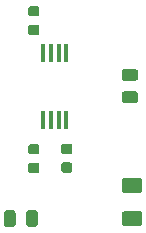
<source format=gbr>
G04 #@! TF.GenerationSoftware,KiCad,Pcbnew,(5.1.4)-1*
G04 #@! TF.CreationDate,2019-09-18T19:17:11-04:00*
G04 #@! TF.ProjectId,clock_buffer,636c6f63-6b5f-4627-9566-6665722e6b69,rev?*
G04 #@! TF.SameCoordinates,Original*
G04 #@! TF.FileFunction,Paste,Top*
G04 #@! TF.FilePolarity,Positive*
%FSLAX46Y46*%
G04 Gerber Fmt 4.6, Leading zero omitted, Abs format (unit mm)*
G04 Created by KiCad (PCBNEW (5.1.4)-1) date 2019-09-18 19:17:11*
%MOMM*%
%LPD*%
G04 APERTURE LIST*
%ADD10C,0.100000*%
%ADD11C,0.875000*%
%ADD12C,0.975000*%
%ADD13R,0.410000X1.570000*%
%ADD14C,1.250000*%
G04 APERTURE END LIST*
D10*
G36*
X148613691Y-109063053D02*
G01*
X148634926Y-109066203D01*
X148655750Y-109071419D01*
X148675962Y-109078651D01*
X148695368Y-109087830D01*
X148713781Y-109098866D01*
X148731024Y-109111654D01*
X148746930Y-109126070D01*
X148761346Y-109141976D01*
X148774134Y-109159219D01*
X148785170Y-109177632D01*
X148794349Y-109197038D01*
X148801581Y-109217250D01*
X148806797Y-109238074D01*
X148809947Y-109259309D01*
X148811000Y-109280750D01*
X148811000Y-109718250D01*
X148809947Y-109739691D01*
X148806797Y-109760926D01*
X148801581Y-109781750D01*
X148794349Y-109801962D01*
X148785170Y-109821368D01*
X148774134Y-109839781D01*
X148761346Y-109857024D01*
X148746930Y-109872930D01*
X148731024Y-109887346D01*
X148713781Y-109900134D01*
X148695368Y-109911170D01*
X148675962Y-109920349D01*
X148655750Y-109927581D01*
X148634926Y-109932797D01*
X148613691Y-109935947D01*
X148592250Y-109937000D01*
X148079750Y-109937000D01*
X148058309Y-109935947D01*
X148037074Y-109932797D01*
X148016250Y-109927581D01*
X147996038Y-109920349D01*
X147976632Y-109911170D01*
X147958219Y-109900134D01*
X147940976Y-109887346D01*
X147925070Y-109872930D01*
X147910654Y-109857024D01*
X147897866Y-109839781D01*
X147886830Y-109821368D01*
X147877651Y-109801962D01*
X147870419Y-109781750D01*
X147865203Y-109760926D01*
X147862053Y-109739691D01*
X147861000Y-109718250D01*
X147861000Y-109280750D01*
X147862053Y-109259309D01*
X147865203Y-109238074D01*
X147870419Y-109217250D01*
X147877651Y-109197038D01*
X147886830Y-109177632D01*
X147897866Y-109159219D01*
X147910654Y-109141976D01*
X147925070Y-109126070D01*
X147940976Y-109111654D01*
X147958219Y-109098866D01*
X147976632Y-109087830D01*
X147996038Y-109078651D01*
X148016250Y-109071419D01*
X148037074Y-109066203D01*
X148058309Y-109063053D01*
X148079750Y-109062000D01*
X148592250Y-109062000D01*
X148613691Y-109063053D01*
X148613691Y-109063053D01*
G37*
D11*
X148336000Y-109499500D03*
D10*
G36*
X148613691Y-107488053D02*
G01*
X148634926Y-107491203D01*
X148655750Y-107496419D01*
X148675962Y-107503651D01*
X148695368Y-107512830D01*
X148713781Y-107523866D01*
X148731024Y-107536654D01*
X148746930Y-107551070D01*
X148761346Y-107566976D01*
X148774134Y-107584219D01*
X148785170Y-107602632D01*
X148794349Y-107622038D01*
X148801581Y-107642250D01*
X148806797Y-107663074D01*
X148809947Y-107684309D01*
X148811000Y-107705750D01*
X148811000Y-108143250D01*
X148809947Y-108164691D01*
X148806797Y-108185926D01*
X148801581Y-108206750D01*
X148794349Y-108226962D01*
X148785170Y-108246368D01*
X148774134Y-108264781D01*
X148761346Y-108282024D01*
X148746930Y-108297930D01*
X148731024Y-108312346D01*
X148713781Y-108325134D01*
X148695368Y-108336170D01*
X148675962Y-108345349D01*
X148655750Y-108352581D01*
X148634926Y-108357797D01*
X148613691Y-108360947D01*
X148592250Y-108362000D01*
X148079750Y-108362000D01*
X148058309Y-108360947D01*
X148037074Y-108357797D01*
X148016250Y-108352581D01*
X147996038Y-108345349D01*
X147976632Y-108336170D01*
X147958219Y-108325134D01*
X147940976Y-108312346D01*
X147925070Y-108297930D01*
X147910654Y-108282024D01*
X147897866Y-108264781D01*
X147886830Y-108246368D01*
X147877651Y-108226962D01*
X147870419Y-108206750D01*
X147865203Y-108185926D01*
X147862053Y-108164691D01*
X147861000Y-108143250D01*
X147861000Y-107705750D01*
X147862053Y-107684309D01*
X147865203Y-107663074D01*
X147870419Y-107642250D01*
X147877651Y-107622038D01*
X147886830Y-107602632D01*
X147897866Y-107584219D01*
X147910654Y-107566976D01*
X147925070Y-107551070D01*
X147940976Y-107536654D01*
X147958219Y-107523866D01*
X147976632Y-107512830D01*
X147996038Y-107503651D01*
X148016250Y-107496419D01*
X148037074Y-107491203D01*
X148058309Y-107488053D01*
X148079750Y-107487000D01*
X148592250Y-107487000D01*
X148613691Y-107488053D01*
X148613691Y-107488053D01*
G37*
D11*
X148336000Y-107924500D03*
D10*
G36*
X151407691Y-107462553D02*
G01*
X151428926Y-107465703D01*
X151449750Y-107470919D01*
X151469962Y-107478151D01*
X151489368Y-107487330D01*
X151507781Y-107498366D01*
X151525024Y-107511154D01*
X151540930Y-107525570D01*
X151555346Y-107541476D01*
X151568134Y-107558719D01*
X151579170Y-107577132D01*
X151588349Y-107596538D01*
X151595581Y-107616750D01*
X151600797Y-107637574D01*
X151603947Y-107658809D01*
X151605000Y-107680250D01*
X151605000Y-108117750D01*
X151603947Y-108139191D01*
X151600797Y-108160426D01*
X151595581Y-108181250D01*
X151588349Y-108201462D01*
X151579170Y-108220868D01*
X151568134Y-108239281D01*
X151555346Y-108256524D01*
X151540930Y-108272430D01*
X151525024Y-108286846D01*
X151507781Y-108299634D01*
X151489368Y-108310670D01*
X151469962Y-108319849D01*
X151449750Y-108327081D01*
X151428926Y-108332297D01*
X151407691Y-108335447D01*
X151386250Y-108336500D01*
X150873750Y-108336500D01*
X150852309Y-108335447D01*
X150831074Y-108332297D01*
X150810250Y-108327081D01*
X150790038Y-108319849D01*
X150770632Y-108310670D01*
X150752219Y-108299634D01*
X150734976Y-108286846D01*
X150719070Y-108272430D01*
X150704654Y-108256524D01*
X150691866Y-108239281D01*
X150680830Y-108220868D01*
X150671651Y-108201462D01*
X150664419Y-108181250D01*
X150659203Y-108160426D01*
X150656053Y-108139191D01*
X150655000Y-108117750D01*
X150655000Y-107680250D01*
X150656053Y-107658809D01*
X150659203Y-107637574D01*
X150664419Y-107616750D01*
X150671651Y-107596538D01*
X150680830Y-107577132D01*
X150691866Y-107558719D01*
X150704654Y-107541476D01*
X150719070Y-107525570D01*
X150734976Y-107511154D01*
X150752219Y-107498366D01*
X150770632Y-107487330D01*
X150790038Y-107478151D01*
X150810250Y-107470919D01*
X150831074Y-107465703D01*
X150852309Y-107462553D01*
X150873750Y-107461500D01*
X151386250Y-107461500D01*
X151407691Y-107462553D01*
X151407691Y-107462553D01*
G37*
D11*
X151130000Y-107899000D03*
D10*
G36*
X151407691Y-109037553D02*
G01*
X151428926Y-109040703D01*
X151449750Y-109045919D01*
X151469962Y-109053151D01*
X151489368Y-109062330D01*
X151507781Y-109073366D01*
X151525024Y-109086154D01*
X151540930Y-109100570D01*
X151555346Y-109116476D01*
X151568134Y-109133719D01*
X151579170Y-109152132D01*
X151588349Y-109171538D01*
X151595581Y-109191750D01*
X151600797Y-109212574D01*
X151603947Y-109233809D01*
X151605000Y-109255250D01*
X151605000Y-109692750D01*
X151603947Y-109714191D01*
X151600797Y-109735426D01*
X151595581Y-109756250D01*
X151588349Y-109776462D01*
X151579170Y-109795868D01*
X151568134Y-109814281D01*
X151555346Y-109831524D01*
X151540930Y-109847430D01*
X151525024Y-109861846D01*
X151507781Y-109874634D01*
X151489368Y-109885670D01*
X151469962Y-109894849D01*
X151449750Y-109902081D01*
X151428926Y-109907297D01*
X151407691Y-109910447D01*
X151386250Y-109911500D01*
X150873750Y-109911500D01*
X150852309Y-109910447D01*
X150831074Y-109907297D01*
X150810250Y-109902081D01*
X150790038Y-109894849D01*
X150770632Y-109885670D01*
X150752219Y-109874634D01*
X150734976Y-109861846D01*
X150719070Y-109847430D01*
X150704654Y-109831524D01*
X150691866Y-109814281D01*
X150680830Y-109795868D01*
X150671651Y-109776462D01*
X150664419Y-109756250D01*
X150659203Y-109735426D01*
X150656053Y-109714191D01*
X150655000Y-109692750D01*
X150655000Y-109255250D01*
X150656053Y-109233809D01*
X150659203Y-109212574D01*
X150664419Y-109191750D01*
X150671651Y-109171538D01*
X150680830Y-109152132D01*
X150691866Y-109133719D01*
X150704654Y-109116476D01*
X150719070Y-109100570D01*
X150734976Y-109086154D01*
X150752219Y-109073366D01*
X150770632Y-109062330D01*
X150790038Y-109053151D01*
X150810250Y-109045919D01*
X150831074Y-109040703D01*
X150852309Y-109037553D01*
X150873750Y-109036500D01*
X151386250Y-109036500D01*
X151407691Y-109037553D01*
X151407691Y-109037553D01*
G37*
D11*
X151130000Y-109474000D03*
D10*
G36*
X148613691Y-97379053D02*
G01*
X148634926Y-97382203D01*
X148655750Y-97387419D01*
X148675962Y-97394651D01*
X148695368Y-97403830D01*
X148713781Y-97414866D01*
X148731024Y-97427654D01*
X148746930Y-97442070D01*
X148761346Y-97457976D01*
X148774134Y-97475219D01*
X148785170Y-97493632D01*
X148794349Y-97513038D01*
X148801581Y-97533250D01*
X148806797Y-97554074D01*
X148809947Y-97575309D01*
X148811000Y-97596750D01*
X148811000Y-98034250D01*
X148809947Y-98055691D01*
X148806797Y-98076926D01*
X148801581Y-98097750D01*
X148794349Y-98117962D01*
X148785170Y-98137368D01*
X148774134Y-98155781D01*
X148761346Y-98173024D01*
X148746930Y-98188930D01*
X148731024Y-98203346D01*
X148713781Y-98216134D01*
X148695368Y-98227170D01*
X148675962Y-98236349D01*
X148655750Y-98243581D01*
X148634926Y-98248797D01*
X148613691Y-98251947D01*
X148592250Y-98253000D01*
X148079750Y-98253000D01*
X148058309Y-98251947D01*
X148037074Y-98248797D01*
X148016250Y-98243581D01*
X147996038Y-98236349D01*
X147976632Y-98227170D01*
X147958219Y-98216134D01*
X147940976Y-98203346D01*
X147925070Y-98188930D01*
X147910654Y-98173024D01*
X147897866Y-98155781D01*
X147886830Y-98137368D01*
X147877651Y-98117962D01*
X147870419Y-98097750D01*
X147865203Y-98076926D01*
X147862053Y-98055691D01*
X147861000Y-98034250D01*
X147861000Y-97596750D01*
X147862053Y-97575309D01*
X147865203Y-97554074D01*
X147870419Y-97533250D01*
X147877651Y-97513038D01*
X147886830Y-97493632D01*
X147897866Y-97475219D01*
X147910654Y-97457976D01*
X147925070Y-97442070D01*
X147940976Y-97427654D01*
X147958219Y-97414866D01*
X147976632Y-97403830D01*
X147996038Y-97394651D01*
X148016250Y-97387419D01*
X148037074Y-97382203D01*
X148058309Y-97379053D01*
X148079750Y-97378000D01*
X148592250Y-97378000D01*
X148613691Y-97379053D01*
X148613691Y-97379053D01*
G37*
D11*
X148336000Y-97815500D03*
D10*
G36*
X148613691Y-95804053D02*
G01*
X148634926Y-95807203D01*
X148655750Y-95812419D01*
X148675962Y-95819651D01*
X148695368Y-95828830D01*
X148713781Y-95839866D01*
X148731024Y-95852654D01*
X148746930Y-95867070D01*
X148761346Y-95882976D01*
X148774134Y-95900219D01*
X148785170Y-95918632D01*
X148794349Y-95938038D01*
X148801581Y-95958250D01*
X148806797Y-95979074D01*
X148809947Y-96000309D01*
X148811000Y-96021750D01*
X148811000Y-96459250D01*
X148809947Y-96480691D01*
X148806797Y-96501926D01*
X148801581Y-96522750D01*
X148794349Y-96542962D01*
X148785170Y-96562368D01*
X148774134Y-96580781D01*
X148761346Y-96598024D01*
X148746930Y-96613930D01*
X148731024Y-96628346D01*
X148713781Y-96641134D01*
X148695368Y-96652170D01*
X148675962Y-96661349D01*
X148655750Y-96668581D01*
X148634926Y-96673797D01*
X148613691Y-96676947D01*
X148592250Y-96678000D01*
X148079750Y-96678000D01*
X148058309Y-96676947D01*
X148037074Y-96673797D01*
X148016250Y-96668581D01*
X147996038Y-96661349D01*
X147976632Y-96652170D01*
X147958219Y-96641134D01*
X147940976Y-96628346D01*
X147925070Y-96613930D01*
X147910654Y-96598024D01*
X147897866Y-96580781D01*
X147886830Y-96562368D01*
X147877651Y-96542962D01*
X147870419Y-96522750D01*
X147865203Y-96501926D01*
X147862053Y-96480691D01*
X147861000Y-96459250D01*
X147861000Y-96021750D01*
X147862053Y-96000309D01*
X147865203Y-95979074D01*
X147870419Y-95958250D01*
X147877651Y-95938038D01*
X147886830Y-95918632D01*
X147897866Y-95900219D01*
X147910654Y-95882976D01*
X147925070Y-95867070D01*
X147940976Y-95852654D01*
X147958219Y-95839866D01*
X147976632Y-95828830D01*
X147996038Y-95819651D01*
X148016250Y-95812419D01*
X148037074Y-95807203D01*
X148058309Y-95804053D01*
X148079750Y-95803000D01*
X148592250Y-95803000D01*
X148613691Y-95804053D01*
X148613691Y-95804053D01*
G37*
D11*
X148336000Y-96240500D03*
D10*
G36*
X146571642Y-113093174D02*
G01*
X146595303Y-113096684D01*
X146618507Y-113102496D01*
X146641029Y-113110554D01*
X146662653Y-113120782D01*
X146683170Y-113133079D01*
X146702383Y-113147329D01*
X146720107Y-113163393D01*
X146736171Y-113181117D01*
X146750421Y-113200330D01*
X146762718Y-113220847D01*
X146772946Y-113242471D01*
X146781004Y-113264993D01*
X146786816Y-113288197D01*
X146790326Y-113311858D01*
X146791500Y-113335750D01*
X146791500Y-114248250D01*
X146790326Y-114272142D01*
X146786816Y-114295803D01*
X146781004Y-114319007D01*
X146772946Y-114341529D01*
X146762718Y-114363153D01*
X146750421Y-114383670D01*
X146736171Y-114402883D01*
X146720107Y-114420607D01*
X146702383Y-114436671D01*
X146683170Y-114450921D01*
X146662653Y-114463218D01*
X146641029Y-114473446D01*
X146618507Y-114481504D01*
X146595303Y-114487316D01*
X146571642Y-114490826D01*
X146547750Y-114492000D01*
X146060250Y-114492000D01*
X146036358Y-114490826D01*
X146012697Y-114487316D01*
X145989493Y-114481504D01*
X145966971Y-114473446D01*
X145945347Y-114463218D01*
X145924830Y-114450921D01*
X145905617Y-114436671D01*
X145887893Y-114420607D01*
X145871829Y-114402883D01*
X145857579Y-114383670D01*
X145845282Y-114363153D01*
X145835054Y-114341529D01*
X145826996Y-114319007D01*
X145821184Y-114295803D01*
X145817674Y-114272142D01*
X145816500Y-114248250D01*
X145816500Y-113335750D01*
X145817674Y-113311858D01*
X145821184Y-113288197D01*
X145826996Y-113264993D01*
X145835054Y-113242471D01*
X145845282Y-113220847D01*
X145857579Y-113200330D01*
X145871829Y-113181117D01*
X145887893Y-113163393D01*
X145905617Y-113147329D01*
X145924830Y-113133079D01*
X145945347Y-113120782D01*
X145966971Y-113110554D01*
X145989493Y-113102496D01*
X146012697Y-113096684D01*
X146036358Y-113093174D01*
X146060250Y-113092000D01*
X146547750Y-113092000D01*
X146571642Y-113093174D01*
X146571642Y-113093174D01*
G37*
D12*
X146304000Y-113792000D03*
D10*
G36*
X148446642Y-113093174D02*
G01*
X148470303Y-113096684D01*
X148493507Y-113102496D01*
X148516029Y-113110554D01*
X148537653Y-113120782D01*
X148558170Y-113133079D01*
X148577383Y-113147329D01*
X148595107Y-113163393D01*
X148611171Y-113181117D01*
X148625421Y-113200330D01*
X148637718Y-113220847D01*
X148647946Y-113242471D01*
X148656004Y-113264993D01*
X148661816Y-113288197D01*
X148665326Y-113311858D01*
X148666500Y-113335750D01*
X148666500Y-114248250D01*
X148665326Y-114272142D01*
X148661816Y-114295803D01*
X148656004Y-114319007D01*
X148647946Y-114341529D01*
X148637718Y-114363153D01*
X148625421Y-114383670D01*
X148611171Y-114402883D01*
X148595107Y-114420607D01*
X148577383Y-114436671D01*
X148558170Y-114450921D01*
X148537653Y-114463218D01*
X148516029Y-114473446D01*
X148493507Y-114481504D01*
X148470303Y-114487316D01*
X148446642Y-114490826D01*
X148422750Y-114492000D01*
X147935250Y-114492000D01*
X147911358Y-114490826D01*
X147887697Y-114487316D01*
X147864493Y-114481504D01*
X147841971Y-114473446D01*
X147820347Y-114463218D01*
X147799830Y-114450921D01*
X147780617Y-114436671D01*
X147762893Y-114420607D01*
X147746829Y-114402883D01*
X147732579Y-114383670D01*
X147720282Y-114363153D01*
X147710054Y-114341529D01*
X147701996Y-114319007D01*
X147696184Y-114295803D01*
X147692674Y-114272142D01*
X147691500Y-114248250D01*
X147691500Y-113335750D01*
X147692674Y-113311858D01*
X147696184Y-113288197D01*
X147701996Y-113264993D01*
X147710054Y-113242471D01*
X147720282Y-113220847D01*
X147732579Y-113200330D01*
X147746829Y-113181117D01*
X147762893Y-113163393D01*
X147780617Y-113147329D01*
X147799830Y-113133079D01*
X147820347Y-113120782D01*
X147841971Y-113110554D01*
X147864493Y-113102496D01*
X147887697Y-113096684D01*
X147911358Y-113093174D01*
X147935250Y-113092000D01*
X148422750Y-113092000D01*
X148446642Y-113093174D01*
X148446642Y-113093174D01*
G37*
D12*
X148179000Y-113792000D03*
D10*
G36*
X156944142Y-101143674D02*
G01*
X156967803Y-101147184D01*
X156991007Y-101152996D01*
X157013529Y-101161054D01*
X157035153Y-101171282D01*
X157055670Y-101183579D01*
X157074883Y-101197829D01*
X157092607Y-101213893D01*
X157108671Y-101231617D01*
X157122921Y-101250830D01*
X157135218Y-101271347D01*
X157145446Y-101292971D01*
X157153504Y-101315493D01*
X157159316Y-101338697D01*
X157162826Y-101362358D01*
X157164000Y-101386250D01*
X157164000Y-101873750D01*
X157162826Y-101897642D01*
X157159316Y-101921303D01*
X157153504Y-101944507D01*
X157145446Y-101967029D01*
X157135218Y-101988653D01*
X157122921Y-102009170D01*
X157108671Y-102028383D01*
X157092607Y-102046107D01*
X157074883Y-102062171D01*
X157055670Y-102076421D01*
X157035153Y-102088718D01*
X157013529Y-102098946D01*
X156991007Y-102107004D01*
X156967803Y-102112816D01*
X156944142Y-102116326D01*
X156920250Y-102117500D01*
X156007750Y-102117500D01*
X155983858Y-102116326D01*
X155960197Y-102112816D01*
X155936993Y-102107004D01*
X155914471Y-102098946D01*
X155892847Y-102088718D01*
X155872330Y-102076421D01*
X155853117Y-102062171D01*
X155835393Y-102046107D01*
X155819329Y-102028383D01*
X155805079Y-102009170D01*
X155792782Y-101988653D01*
X155782554Y-101967029D01*
X155774496Y-101944507D01*
X155768684Y-101921303D01*
X155765174Y-101897642D01*
X155764000Y-101873750D01*
X155764000Y-101386250D01*
X155765174Y-101362358D01*
X155768684Y-101338697D01*
X155774496Y-101315493D01*
X155782554Y-101292971D01*
X155792782Y-101271347D01*
X155805079Y-101250830D01*
X155819329Y-101231617D01*
X155835393Y-101213893D01*
X155853117Y-101197829D01*
X155872330Y-101183579D01*
X155892847Y-101171282D01*
X155914471Y-101161054D01*
X155936993Y-101152996D01*
X155960197Y-101147184D01*
X155983858Y-101143674D01*
X156007750Y-101142500D01*
X156920250Y-101142500D01*
X156944142Y-101143674D01*
X156944142Y-101143674D01*
G37*
D12*
X156464000Y-101630000D03*
D10*
G36*
X156944142Y-103018674D02*
G01*
X156967803Y-103022184D01*
X156991007Y-103027996D01*
X157013529Y-103036054D01*
X157035153Y-103046282D01*
X157055670Y-103058579D01*
X157074883Y-103072829D01*
X157092607Y-103088893D01*
X157108671Y-103106617D01*
X157122921Y-103125830D01*
X157135218Y-103146347D01*
X157145446Y-103167971D01*
X157153504Y-103190493D01*
X157159316Y-103213697D01*
X157162826Y-103237358D01*
X157164000Y-103261250D01*
X157164000Y-103748750D01*
X157162826Y-103772642D01*
X157159316Y-103796303D01*
X157153504Y-103819507D01*
X157145446Y-103842029D01*
X157135218Y-103863653D01*
X157122921Y-103884170D01*
X157108671Y-103903383D01*
X157092607Y-103921107D01*
X157074883Y-103937171D01*
X157055670Y-103951421D01*
X157035153Y-103963718D01*
X157013529Y-103973946D01*
X156991007Y-103982004D01*
X156967803Y-103987816D01*
X156944142Y-103991326D01*
X156920250Y-103992500D01*
X156007750Y-103992500D01*
X155983858Y-103991326D01*
X155960197Y-103987816D01*
X155936993Y-103982004D01*
X155914471Y-103973946D01*
X155892847Y-103963718D01*
X155872330Y-103951421D01*
X155853117Y-103937171D01*
X155835393Y-103921107D01*
X155819329Y-103903383D01*
X155805079Y-103884170D01*
X155792782Y-103863653D01*
X155782554Y-103842029D01*
X155774496Y-103819507D01*
X155768684Y-103796303D01*
X155765174Y-103772642D01*
X155764000Y-103748750D01*
X155764000Y-103261250D01*
X155765174Y-103237358D01*
X155768684Y-103213697D01*
X155774496Y-103190493D01*
X155782554Y-103167971D01*
X155792782Y-103146347D01*
X155805079Y-103125830D01*
X155819329Y-103106617D01*
X155835393Y-103088893D01*
X155853117Y-103072829D01*
X155872330Y-103058579D01*
X155892847Y-103046282D01*
X155914471Y-103036054D01*
X155936993Y-103027996D01*
X155960197Y-103022184D01*
X155983858Y-103018674D01*
X156007750Y-103017500D01*
X156920250Y-103017500D01*
X156944142Y-103018674D01*
X156944142Y-103018674D01*
G37*
D12*
X156464000Y-103505000D03*
D13*
X151089000Y-105486000D03*
X150439000Y-105486000D03*
X149789000Y-105486000D03*
X149139000Y-105486000D03*
X149139000Y-99746000D03*
X149789000Y-99746000D03*
X150439000Y-99746000D03*
X151089000Y-99746000D03*
D10*
G36*
X157304004Y-113168204D02*
G01*
X157328273Y-113171804D01*
X157352071Y-113177765D01*
X157375171Y-113186030D01*
X157397349Y-113196520D01*
X157418393Y-113209133D01*
X157438098Y-113223747D01*
X157456277Y-113240223D01*
X157472753Y-113258402D01*
X157487367Y-113278107D01*
X157499980Y-113299151D01*
X157510470Y-113321329D01*
X157518735Y-113344429D01*
X157524696Y-113368227D01*
X157528296Y-113392496D01*
X157529500Y-113417000D01*
X157529500Y-114167000D01*
X157528296Y-114191504D01*
X157524696Y-114215773D01*
X157518735Y-114239571D01*
X157510470Y-114262671D01*
X157499980Y-114284849D01*
X157487367Y-114305893D01*
X157472753Y-114325598D01*
X157456277Y-114343777D01*
X157438098Y-114360253D01*
X157418393Y-114374867D01*
X157397349Y-114387480D01*
X157375171Y-114397970D01*
X157352071Y-114406235D01*
X157328273Y-114412196D01*
X157304004Y-114415796D01*
X157279500Y-114417000D01*
X156029500Y-114417000D01*
X156004996Y-114415796D01*
X155980727Y-114412196D01*
X155956929Y-114406235D01*
X155933829Y-114397970D01*
X155911651Y-114387480D01*
X155890607Y-114374867D01*
X155870902Y-114360253D01*
X155852723Y-114343777D01*
X155836247Y-114325598D01*
X155821633Y-114305893D01*
X155809020Y-114284849D01*
X155798530Y-114262671D01*
X155790265Y-114239571D01*
X155784304Y-114215773D01*
X155780704Y-114191504D01*
X155779500Y-114167000D01*
X155779500Y-113417000D01*
X155780704Y-113392496D01*
X155784304Y-113368227D01*
X155790265Y-113344429D01*
X155798530Y-113321329D01*
X155809020Y-113299151D01*
X155821633Y-113278107D01*
X155836247Y-113258402D01*
X155852723Y-113240223D01*
X155870902Y-113223747D01*
X155890607Y-113209133D01*
X155911651Y-113196520D01*
X155933829Y-113186030D01*
X155956929Y-113177765D01*
X155980727Y-113171804D01*
X156004996Y-113168204D01*
X156029500Y-113167000D01*
X157279500Y-113167000D01*
X157304004Y-113168204D01*
X157304004Y-113168204D01*
G37*
D14*
X156654500Y-113792000D03*
D10*
G36*
X157304004Y-110368204D02*
G01*
X157328273Y-110371804D01*
X157352071Y-110377765D01*
X157375171Y-110386030D01*
X157397349Y-110396520D01*
X157418393Y-110409133D01*
X157438098Y-110423747D01*
X157456277Y-110440223D01*
X157472753Y-110458402D01*
X157487367Y-110478107D01*
X157499980Y-110499151D01*
X157510470Y-110521329D01*
X157518735Y-110544429D01*
X157524696Y-110568227D01*
X157528296Y-110592496D01*
X157529500Y-110617000D01*
X157529500Y-111367000D01*
X157528296Y-111391504D01*
X157524696Y-111415773D01*
X157518735Y-111439571D01*
X157510470Y-111462671D01*
X157499980Y-111484849D01*
X157487367Y-111505893D01*
X157472753Y-111525598D01*
X157456277Y-111543777D01*
X157438098Y-111560253D01*
X157418393Y-111574867D01*
X157397349Y-111587480D01*
X157375171Y-111597970D01*
X157352071Y-111606235D01*
X157328273Y-111612196D01*
X157304004Y-111615796D01*
X157279500Y-111617000D01*
X156029500Y-111617000D01*
X156004996Y-111615796D01*
X155980727Y-111612196D01*
X155956929Y-111606235D01*
X155933829Y-111597970D01*
X155911651Y-111587480D01*
X155890607Y-111574867D01*
X155870902Y-111560253D01*
X155852723Y-111543777D01*
X155836247Y-111525598D01*
X155821633Y-111505893D01*
X155809020Y-111484849D01*
X155798530Y-111462671D01*
X155790265Y-111439571D01*
X155784304Y-111415773D01*
X155780704Y-111391504D01*
X155779500Y-111367000D01*
X155779500Y-110617000D01*
X155780704Y-110592496D01*
X155784304Y-110568227D01*
X155790265Y-110544429D01*
X155798530Y-110521329D01*
X155809020Y-110499151D01*
X155821633Y-110478107D01*
X155836247Y-110458402D01*
X155852723Y-110440223D01*
X155870902Y-110423747D01*
X155890607Y-110409133D01*
X155911651Y-110396520D01*
X155933829Y-110386030D01*
X155956929Y-110377765D01*
X155980727Y-110371804D01*
X156004996Y-110368204D01*
X156029500Y-110367000D01*
X157279500Y-110367000D01*
X157304004Y-110368204D01*
X157304004Y-110368204D01*
G37*
D14*
X156654500Y-110992000D03*
M02*

</source>
